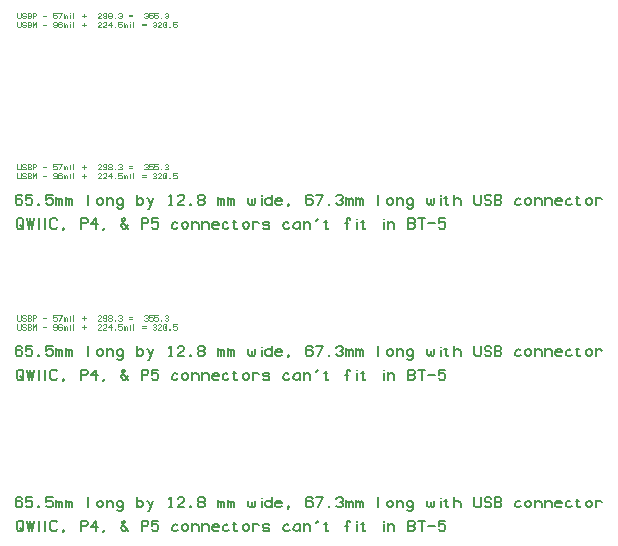
<source format=gbr>
%FSTAX24Y24*%
%MOIN*%
%IN AUX13.GBR *%
%ADD10C,0.0029*%
%ADD11C,0.0056*%
D11*X000478Y003588D02*G01X000422Y003645D01*X000309D01*
X000253Y003588D01*Y003363D01*X000309Y003307D01*X000422D01*
X000478Y003363D01*Y003448D01*X000422Y003504D01*X000309D01*
X000253Y003448D01*X000816Y003645D02*X000591D01*Y003476D01*
X000647Y003532D01*X000759D01*X000816Y003476D01*Y003363D01*
X000759Y003307D01*X000647D01*X000591Y003363D01*X001012Y003307D02*
X00104D01*Y003335D01*X001012D01*Y003307D01*X00149Y003645D02*X001265D01*
Y003476D01*X001322Y003532D01*X001434D01*X00149Y003476D01*Y003363D01*
X001434Y003307D01*X001322D01*X001265Y003363D01*X001708Y003307D02*
Y003462D01*X001761Y003532D01*X001814Y003462D01*Y003307D01*
X001603Y003462D02*X001655Y003532D01*X001708Y003462D01*X001603Y00356D02*
Y003307D01*X002046D02*Y003462D01*X002098Y003532D01*X002151Y003462D01*
Y003307D01*X00194Y003462D02*X001993Y003532D01*X002046Y003462D01*
X00194Y00356D02*Y003307D01*X002672D02*Y003645D01*X002953Y003377D02*
Y003462D01*X003023Y003532D01*X003093D01*X003164Y003462D01*Y003377D01*
X003093Y003307D01*X003023D01*X002953Y003377D01*X00329Y00356D02*
Y003307D01*Y003462D02*X003361Y003532D01*X003431D01*X003501Y003462D01*
Y003307D01*X003839Y003377D02*X003768Y003307D01*X003698D01*
X003628Y003377D01*Y003476D01*X003698Y003532D01*X003768D01*
X003839Y003462D01*Y003251D01*X003768Y003181D01*X003698D01*
X003628Y003223D01*X004303Y003645D02*Y003307D01*Y003377D02*
X004373Y003307D01*X004443D01*X004514Y003377D01*Y003462D01*
X004443Y003532D01*X004373D01*X004303Y003476D01*X00464Y003532D02*
X004668D01*X004767Y003307D01*X004851Y003532D02*Y003504D01*
X00471Y003181D01*X004682D01*X005371Y003588D02*X005427Y003645D01*
Y003307D01*X005484D01*X005427D02*X005371D01*X005652Y003588D02*
X005709Y003645D01*X005821D01*X005877Y003588D01*Y003532D01*
X005821Y003476D01*X005652Y003363D01*Y003307D01*X005877D01*X006074D02*
X006102D01*Y003335D01*X006074D01*Y003307D01*X006496Y003476D02*
X006552Y003532D01*Y003588D01*X006496Y003645D01*X006384D01*
X006327Y003588D01*Y003532D01*X006384Y003476D01*X006496D01*
X006552Y00342D01*Y003363D01*X006496Y003307D01*X006384D01*
X006327Y003363D01*Y00342D01*X006384Y003476D01*X007108Y003307D02*
Y003462D01*X00716Y003532D01*X007213Y003462D01*Y003307D01*
X007002Y003462D02*X007055Y003532D01*X007107Y003462D01*X007002Y00356D02*
Y003307D01*X007445D02*Y003462D01*X007498Y003532D01*X007551Y003462D01*
Y003307D01*X00734Y003462D02*X007392Y003532D01*X007445Y003462D01*
X00734Y00356D02*Y003307D01*X008015Y003532D02*Y003363D01*
X008057Y003307D01*X008085D01*X008127Y003363D01*X008169Y003307D01*
X008197D01*X00824Y003363D01*Y003532D01*X008127Y003363D02*Y00349D01*
X008458Y003525D02*Y003307D01*Y003616D02*Y003623D01*X008788Y003645D02*
Y003307D01*Y003462D02*X008718Y003532D01*X008647D01*X008577Y003476D01*
Y003377D01*X008647Y003307D01*X008718D01*X008788Y003377D01*
X008915Y003434D02*X009125D01*Y003462D01*X009055Y003532D01*X008985D01*
X008915Y003476D01*Y003377D01*Y003363D01*X008971Y003307D01*X009083D01*
X009125Y003335D01*X009336Y003307D02*X009364D01*X009322Y003265D01*
X00935Y003321D01*X009364Y003307D02*Y003335D01*X009336D01*Y003307D01*
X010152Y003588D02*X010096Y003645D01*X009983D01*X009927Y003588D01*
Y003363D01*X009983Y003307D01*X010096D01*X010152Y003363D01*Y003448D01*
X010096Y003504D01*X009983D01*X009927Y003448D01*X010264Y003645D02*
X010489D01*X010321Y003307D01*X010686D02*X010714D01*Y003335D01*
X010686D01*Y003307D01*X010939Y003588D02*X010996Y003645D01*X011108D01*
X011164Y003588D01*Y003532D01*X011108Y003476D01*X011164Y00342D01*
Y003363D01*X011108Y003307D01*X010996D01*X010939Y003363D01*
X011108Y003476D02*X011052D01*X011382Y003307D02*Y003462D01*
X011435Y003532D01*X011488Y003462D01*Y003307D01*X011277Y003462D02*
X011329Y003532D01*X011382Y003462D01*X011277Y00356D02*Y003307D01*
X01172D02*Y003462D01*X011772Y003532D01*X011825Y003462D01*Y003307D01*
X011614Y003462D02*X011667Y003532D01*X011719Y003462D01*X011614Y00356D02*
Y003307D01*X012345D02*Y003645D01*X012627Y003377D02*Y003462D01*
X012697Y003532D01*X012767D01*X012837Y003462D01*Y003377D01*
X012767Y003307D01*X012697D01*X012627Y003377D01*X012964Y00356D02*
Y003307D01*Y003462D02*X013034Y003532D01*X013105D01*X013175Y003462D01*
Y003307D01*X013512Y003377D02*X013442Y003307D01*X013372D01*
X013301Y003377D01*Y003476D01*X013372Y003532D01*X013442D01*
X013512Y003462D01*Y003251D01*X013442Y003181D01*X013372D01*
X013301Y003223D01*X013976Y003532D02*Y003363D01*X014019Y003307D01*
X014047D01*X014089Y003363D01*X014131Y003307D01*X014159D01*
X014201Y003363D01*Y003532D01*X014089Y003363D02*Y00349D01*
X014419Y003525D02*Y003307D01*Y003616D02*Y003623D01*X014595Y003588D02*
Y003335D01*X014623Y003307D01*X014665D01*X014693Y003335D01*
X014539Y003532D02*X014651D01*X014876Y003645D02*Y003307D01*Y003476D02*
X014947Y003532D01*X015017D01*X015087Y003462D01*Y003307D01*
X015551Y003645D02*Y003363D01*X015607Y003307D01*X01572D01*
X015776Y003363D01*Y003645D01*X016114Y003588D02*X016057Y003645D01*
X015945D01*X015889Y003588D01*Y003532D01*X015945Y003476D01*X016057D01*
X016114Y00342D01*Y003363D01*X016057Y003307D01*X015945D01*
X015889Y003363D01*X016226Y003307D02*Y003645D01*X016395D01*
X016451Y003588D01*Y003532D01*X016395Y003476D01*X016451Y00342D01*
Y003363D01*X016395Y003307D01*X016226D01*X016395Y003476D02*X016226D01*
X017056Y003532D02*Y003504D01*X017014Y003532D01*X016999D01*
X016971Y003518D01*X016929Y003476D01*X016901Y003406D01*Y003377D01*
X016915Y003335D01*X016971Y003307D01*X017042D01*X017112Y003349D01*
X017238Y003377D02*Y003462D01*X017309Y003532D01*X017379D01*
X017449Y003462D01*Y003377D01*X017379Y003307D01*X017309D01*
X017238Y003377D01*X017576Y00356D02*Y003307D01*Y003462D02*
X017646Y003532D01*X017717D01*X017787Y003462D01*Y003307D01*
X017913Y00356D02*Y003307D01*Y003462D02*X017984Y003532D01*X018054D01*
X018124Y003462D01*Y003307D01*X018251Y003434D02*X018462D01*Y003462D01*
X018391Y003532D01*X018321D01*X018251Y003476D01*Y003377D01*Y003363D01*
X018307Y003307D01*X01842D01*X018462Y003335D01*X018743Y003532D02*
Y003504D01*X018701Y003532D01*X018687D01*X018659Y003518D01*
X018616Y003476D01*X018588Y003406D01*Y003377D01*X018602Y003335D01*
X018659Y003307D01*X018729D01*X018799Y003349D01*X018982Y003588D02*
Y003335D01*X01901Y003307D01*X019052D01*X01908Y003335D01*
X018926Y003532D02*X019038D01*X019263Y003377D02*Y003462D01*
X019334Y003532D01*X019404D01*X019474Y003462D01*Y003377D01*
X019404Y003307D01*X019334D01*X019263Y003377D01*X019601Y00356D02*
Y003307D01*X019812Y00349D02*X019741Y003532D01*X019671D01*
X019601Y00349D01*X000517Y002576D02*Y002801D01*X000461Y002857D01*
X000349D01*X000292Y002801D01*Y002576D01*X000349Y00252D01*X000461D01*
X000517Y002576D01*X000405Y002632D02*X000517Y00252D01*X00063Y002857D02*
X000686Y00252D01*X000742Y002857D01*X000799Y00252D01*X000855Y002857D01*
X001024Y00252D02*Y002857D01*X001249Y00252D02*Y002857D01*
X001642Y002801D02*X001586Y002857D01*X001474D01*X001417Y002801D01*
Y002576D01*X001474Y00252D01*X001586D01*X001642Y002576D01*
X001839Y00252D02*X001867D01*X001825Y002478D01*X001853Y002534D01*
X001867Y00252D02*Y002548D01*X001839D01*Y00252D01*X00243D02*Y002857D01*
X002598D01*X002655Y002801D01*Y002745D01*X002598Y002688D01*X00243D01*
X002936Y00252D02*Y002857D01*X002767Y00266D01*X002992D01*
X003189Y00252D02*X003217D01*X003175Y002478D01*X003203Y002534D01*
X003217Y00252D02*Y002548D01*X003189D01*Y00252D01*X004004Y002632D02*
X003906Y00252D01*X00385D01*X003808Y002562D01*X00378Y002604D01*
Y002632D01*X003794Y002674D01*X003892Y002801D01*Y002829D01*
X003864Y002857D01*X003836D01*X003808Y002829D01*Y002787D01*
X004004Y00252D01*X004454D02*Y002857D01*X004623D01*X004679Y002801D01*
Y002745D01*X004623Y002688D01*X004454D01*X005017Y002857D02*X004792D01*
Y002688D01*X004848Y002745D01*X004961D01*X005017Y002688D01*Y002576D01*
X004961Y00252D01*X004848D01*X004792Y002576D01*X005621Y002745D02*
Y002717D01*X005579Y002745D01*X005565D01*X005537Y002731D01*
X005495Y002688D01*X005467Y002618D01*Y00259D01*X005481Y002548D01*
X005537Y00252D01*X005607D01*X005678Y002562D01*X005804Y00259D02*
Y002674D01*X005875Y002745D01*X005945D01*X006015Y002674D01*Y00259D01*
X005945Y00252D01*X005875D01*X005804Y00259D01*X006142Y002773D02*
Y00252D01*Y002674D02*X006212Y002745D01*X006282D01*X006353Y002674D01*
Y00252D01*X006479Y002773D02*Y00252D01*Y002674D02*X006549Y002745D01*
X00662D01*X00669Y002674D01*Y00252D01*X006817Y002646D02*X007028D01*
Y002674D01*X006957Y002745D01*X006887D01*X006817Y002688D01*Y00259D01*
Y002576D01*X006873Y00252D01*X006985D01*X007028Y002548D01*
X007309Y002745D02*Y002717D01*X007267Y002745D01*X007253D01*
X007224Y002731D01*X007182Y002688D01*X007154Y002618D01*Y00259D01*
X007168Y002548D01*X007224Y00252D01*X007295D01*X007365Y002562D01*
X007548Y002801D02*Y002548D01*X007576Y00252D01*X007618D01*
X007646Y002548D01*X007492Y002745D02*X007604D01*X007829Y00259D02*
Y002674D01*X007899Y002745D01*X00797D01*X00804Y002674D01*Y00259D01*
X00797Y00252D01*X007899D01*X007829Y00259D01*X008166Y002773D02*
Y00252D01*X008377Y002702D02*X008307Y002745D01*X008237D01*
X008166Y002702D01*X008645Y00252D02*X008574D01*X008504Y002548D02*
X008532Y00252D01*X008687D01*X008715Y002548D01*Y002604D01*
X008687Y002632D01*X008532D01*X008504Y00266D01*Y002717D01*
X008532Y002745D01*X008687D01*X008715Y002717D01*X009334Y002745D02*
Y002717D01*X009291Y002745D01*X009277D01*X009249Y002731D01*
X009207Y002688D01*X009179Y002618D01*Y00259D01*X009193Y002548D01*
X009249Y00252D01*X009319D01*X00939Y002562D01*X009741Y00252D02*
Y002745D01*X009516Y002593D02*X009536Y002663D01*X009567Y002711D01*
X009606Y002736D01*X009634Y002745D01*X009657D01*X009696D01*
X009741Y002722D01*X009516Y00259D02*Y002573D01*X009519Y002562D01*
X009528Y002548D01*X009547Y002537D01*X009587Y00252D01*X009648D01*
X009708Y002545D01*X009741Y002576D01*X009854Y002773D02*Y00252D01*
Y002674D02*X009924Y002745D01*X009994D01*X010065Y002674D01*Y00252D01*
X010304Y002843D02*X010318Y002829D01*X010276Y002773D01*
X010304Y002843D01*X010585Y002801D02*Y002548D01*X010613Y00252D01*
X010655D01*X010683Y002548D01*X010529Y002745D02*X010641D01*
X011288Y00252D02*Y002829D01*X011316Y002857D01*X011372D01*
X0114Y002829D01*Y002815D01*X011232Y002688D02*X011344D01*
X011647Y002738D02*Y00252D01*Y002829D02*Y002836D01*X011822Y002801D02*
Y002548D01*X01185Y00252D01*X011893D01*X011921Y002548D01*
X011766Y002745D02*X011879D01*X012546Y002738D02*Y00252D01*Y002829D02*
Y002836D01*X012666Y002773D02*Y00252D01*Y002674D02*X012736Y002745D01*
X012807D01*X012877Y002674D01*Y00252D01*X013341D02*Y002857D01*X01351D01*
X013566Y002801D01*Y002745D01*X01351Y002688D01*X013566Y002632D01*
Y002576D01*X01351Y00252D01*X013341D01*X01351Y002688D02*X013341D01*
X013791Y00252D02*Y002857D01*X013903D01*X013791D02*X013678D01*
X014016Y002688D02*X014241D01*X014578Y002857D02*X014353D01*Y002688D01*
X014409Y002745D01*X014522D01*X014578Y002688D01*Y002576D01*
X014522Y00252D01*X014409D01*X014353Y002576D01*D10*X000312Y009403D02*
Y00926D01*X00034Y009231D01*X000397D01*X000426Y00926D01*Y009403D01*
X000597Y009374D02*X000569Y009403D01*X000512D01*X000483Y009374D01*
Y009346D01*X000512Y009317D01*X000569D01*X000597Y009289D01*Y00926D01*
X000569Y009231D01*X000512D01*X000483Y00926D01*X000654Y009231D02*
Y009403D01*X00074D01*X000769Y009374D01*Y009346D01*X00074Y009317D01*
X000769Y009289D01*Y00926D01*X00074Y009231D01*X000654D01*
X00074Y009317D02*X000654D01*X000826Y009231D02*Y009403D01*
X000883Y009317D01*X00094Y009403D01*Y009231D01*X001169Y009317D02*
X001283D01*X001512Y00926D02*X00154Y009231D01*X001597D01*
X001626Y00926D01*Y009374D01*X001597Y009403D01*X00154D01*
X001512Y009374D01*Y009331D01*X00154Y009303D01*X001597D01*
X001626Y009331D01*X001797Y009374D02*X001769Y009403D01*X001712D01*
X001683Y009374D01*Y00926D01*X001712Y009231D01*X001769D01*
X001797Y00926D01*Y009303D01*X001769Y009331D01*X001712D01*
X001683Y009303D01*X001908Y009231D02*Y00931D01*X001935Y009346D01*
X001962Y00931D01*Y009231D01*X001854Y00931D02*X001881Y009346D01*
X001908Y00931D01*X001854Y00936D02*Y009231D01*X002079Y009342D02*
Y009231D01*Y009389D02*Y009392D01*X002169Y009231D02*Y009403D01*
X002483Y009317D02*X002597D01*X00254Y009374D02*Y00926D01*
X002997Y009374D02*X003026Y009403D01*X003083D01*X003112Y009374D01*
Y009346D01*X003083Y009317D01*X002997Y00926D01*Y009231D01*X003112D01*
X003169Y009374D02*X003197Y009403D01*X003254D01*X003283Y009374D01*
Y009346D01*X003254Y009317D01*X003169Y00926D01*Y009231D01*X003283D01*
X003426D02*Y009403D01*X00334Y009303D01*X003454D01*X003554Y009231D02*
X003569D01*Y009246D01*X003554D01*Y009231D01*X003797Y009403D02*
X003683D01*Y009317D01*X003712Y009346D01*X003769D01*X003797Y009317D01*
Y00926D01*X003769Y009231D01*X003712D01*X003683Y00926D01*
X003908Y009231D02*Y00931D01*X003935Y009346D01*X003962Y00931D01*
Y009231D01*X003854Y00931D02*X003881Y009346D01*X003908Y00931D01*
X003854Y00936D02*Y009231D01*X004079Y009342D02*Y009231D01*Y009389D02*
Y009392D01*X004169Y009231D02*Y009403D01*X004483Y009289D02*X004597D01*
X004483Y009339D02*X004597D01*X004826Y009374D02*X004854Y009403D01*
X004912D01*X00494Y009374D01*Y009346D01*X004912Y009317D01*
X00494Y009289D01*Y00926D01*X004912Y009231D01*X004854D01*
X004826Y00926D01*X004912Y009317D02*X004883D01*X004997Y009374D02*
X005026Y009403D01*X005083D01*X005112Y009374D01*Y009346D01*
X005083Y009317D01*X004997Y00926D01*Y009231D01*X005112D01*
X005283Y009374D02*X005254Y009403D01*X005197D01*X005169Y009374D01*
Y00926D01*X005197Y009231D01*X005254D01*X005283Y00926D01*Y009374D01*
X005226Y009346D02*Y009289D01*X005383Y009231D02*X005397D01*Y009246D01*
X005383D01*Y009231D01*X005626Y009403D02*X005512D01*Y009317D01*
X00554Y009346D01*X005597D01*X005626Y009317D01*Y00926D01*
X005597Y009231D01*X00554D01*X005512Y00926D01*X000312Y009703D02*
Y00956D01*X00034Y009531D01*X000397D01*X000426Y00956D01*Y009703D01*
X000597Y009674D02*X000569Y009703D01*X000512D01*X000483Y009674D01*
Y009646D01*X000512Y009617D01*X000569D01*X000597Y009589D01*Y00956D01*
X000569Y009531D01*X000512D01*X000483Y00956D01*X000654Y009531D02*
Y009703D01*X00074D01*X000769Y009674D01*Y009646D01*X00074Y009617D01*
X000769Y009589D01*Y00956D01*X00074Y009531D01*X000654D01*
X00074Y009617D02*X000654D01*X000826Y009531D02*Y009703D01*X000912D01*
X00094Y009674D01*Y009646D01*X000912Y009617D01*X000826D01*X001169D02*
X001283D01*X001626Y009703D02*X001512D01*Y009617D01*X00154Y009646D01*
X001597D01*X001626Y009617D01*Y00956D01*X001597Y009531D01*X00154D01*
X001512Y00956D01*X001683Y009703D02*X001797D01*X001712Y009531D01*
X001908D02*Y00961D01*X001935Y009646D01*X001962Y00961D01*Y009531D01*
X001854Y00961D02*X001881Y009646D01*X001908Y00961D01*X001854Y00966D02*
Y009531D01*X00208Y009642D02*Y009531D01*Y009689D02*Y009692D01*
X002169Y009531D02*Y009703D01*X002483Y009617D02*X002597D01*
X00254Y009674D02*Y00956D01*X002997Y009674D02*X003026Y009703D01*
X003083D01*X003112Y009674D01*Y009646D01*X003083Y009617D01*
X002997Y00956D01*Y009531D01*X003112D01*X003169Y00956D02*
X003197Y009531D01*X003254D01*X003283Y00956D01*Y009674D01*
X003254Y009703D01*X003197D01*X003169Y009674D01*Y009631D01*
X003197Y009603D01*X003254D01*X003283Y009631D01*X003426Y009617D02*
X003454Y009646D01*Y009674D01*X003426Y009703D01*X003369D01*
X00334Y009674D01*Y009646D01*X003369Y009617D01*X003426D01*
X003454Y009589D01*Y00956D01*X003426Y009531D01*X003369D01*
X00334Y00956D01*Y009589D01*X003369Y009617D01*X003554Y009531D02*
X003569D01*Y009546D01*X003554D01*Y009531D01*X003683Y009674D02*
X003712Y009703D01*X003769D01*X003797Y009674D01*Y009646D01*
X003769Y009617D01*X003797Y009589D01*Y00956D01*X003769Y009531D01*
X003712D01*X003683Y00956D01*X003769Y009617D02*X00374D01*
X004026Y009589D02*X00414D01*X004026Y009639D02*X00414D01*
X00454Y009674D02*X004569Y009703D01*X004626D01*X004654Y009674D01*
Y009646D01*X004626Y009617D01*X004654Y009589D01*Y00956D01*
X004626Y009531D01*X004569D01*X00454Y00956D01*X004626Y009617D02*
X004597D01*X004826Y009703D02*X004712D01*Y009617D01*X00474Y009646D01*
X004797D01*X004826Y009617D01*Y00956D01*X004797Y009531D01*X00474D01*
X004712Y00956D01*X004997Y009703D02*X004883D01*Y009617D01*
X004912Y009646D01*X004969D01*X004997Y009617D01*Y00956D01*
X004969Y009531D01*X004912D01*X004883Y00956D01*X005097Y009531D02*
X005112D01*Y009546D01*X005097D01*Y009531D01*X005226Y009674D02*
X005254Y009703D01*X005312D01*X00534Y009674D01*Y009646D01*
X005312Y009617D01*X00534Y009589D01*Y00956D01*X005312Y009531D01*
X005254D01*X005226Y00956D01*X005312Y009617D02*X005283D01*D11*
X000478Y008628D02*X000422Y008684D01*X000309D01*X000253Y008628D01*
Y008403D01*X000309Y008346D01*X000422D01*X000478Y008403D01*Y008487D01*
X000422Y008543D01*X000309D01*X000253Y008487D01*X000816Y008684D02*
X000591D01*Y008515D01*X000647Y008571D01*X000759D01*X000816Y008515D01*
Y008403D01*X000759Y008346D01*X000647D01*X000591Y008403D01*
X001012Y008346D02*X00104D01*Y008375D01*X001012D01*Y008346D01*
X00149Y008684D02*X001265D01*Y008515D01*X001322Y008571D01*X001434D01*
X00149Y008515D01*Y008403D01*X001434Y008346D01*X001322D01*
X001265Y008403D01*X001708Y008346D02*Y008501D01*X001761Y008571D01*
X001814Y008501D01*Y008346D01*X001603Y008501D02*X001655Y008571D01*
X001708Y008501D01*X001603Y0086D02*Y008346D01*X002046D02*Y008501D01*
X002098Y008571D01*X002151Y008501D01*Y008346D01*X00194Y008501D02*
X001993Y008571D01*X002046Y008501D01*X00194Y0086D02*Y008346D01*
X002672D02*Y008684D01*X002953Y008417D02*Y008501D01*X003023Y008571D01*
X003093D01*X003164Y008501D01*Y008417D01*X003093Y008346D01*X003023D01*
X002953Y008417D01*X00329Y0086D02*Y008346D01*Y008501D02*
X003361Y008571D01*X003431D01*X003501Y008501D01*Y008346D01*
X003839Y008417D02*X003768Y008346D01*X003698D01*X003628Y008417D01*
Y008515D01*X003698Y008571D01*X003768D01*X003839Y008501D01*Y00829D01*
X003768Y00822D01*X003698D01*X003628Y008262D01*X004303Y008684D02*
Y008346D01*Y008417D02*X004373Y008346D01*X004443D01*X004514Y008417D01*
Y008501D01*X004443Y008571D01*X004373D01*X004303Y008515D01*
X00464Y008571D02*X004668D01*X004767Y008346D01*X004851Y008571D02*
Y008543D01*X00471Y00822D01*X004682D01*X005371Y008628D02*
X005427Y008684D01*Y008346D01*X005484D01*X005427D02*X005371D01*
X005652Y008628D02*X005709Y008684D01*X005821D01*X005877Y008628D01*
Y008571D01*X005821Y008515D01*X005652Y008403D01*Y008346D01*X005877D01*
X006074D02*X006102D01*Y008375D01*X006074D01*Y008346D01*
X006496Y008515D02*X006552Y008571D01*Y008628D01*X006496Y008684D01*
X006384D01*X006327Y008628D01*Y008571D01*X006384Y008515D01*X006496D01*
X006552Y008459D01*Y008403D01*X006496Y008346D01*X006384D01*
X006327Y008403D01*Y008459D01*X006384Y008515D01*X007108Y008346D02*
Y008501D01*X00716Y008571D01*X007213Y008501D01*Y008346D01*
X007002Y008501D02*X007055Y008571D01*X007107Y008501D01*X007002Y0086D02*
Y008346D01*X007445D02*Y008501D01*X007498Y008571D01*X007551Y008501D01*
Y008346D01*X00734Y008501D02*X007392Y008571D01*X007445Y008501D01*
X00734Y0086D02*Y008346D01*X008015Y008571D02*Y008403D01*
X008057Y008346D01*X008085D01*X008127Y008403D01*X008169Y008346D01*
X008197D01*X00824Y008403D01*Y008571D01*X008127Y008403D02*Y008529D01*
X008458Y008564D02*Y008346D01*Y008656D02*Y008663D01*X008788Y008684D02*
Y008346D01*Y008501D02*X008718Y008571D01*X008647D01*X008577Y008515D01*
Y008417D01*X008647Y008346D01*X008718D01*X008788Y008417D01*
X008915Y008473D02*X009125D01*Y008501D01*X009055Y008571D01*X008985D01*
X008915Y008515D01*Y008417D01*Y008403D01*X008971Y008346D01*X009083D01*
X009125Y008375D01*X009336Y008346D02*X009364D01*X009322Y008304D01*
X00935Y008361D01*X009364Y008346D02*Y008375D01*X009336D01*Y008346D01*
X010152Y008628D02*X010096Y008684D01*X009983D01*X009927Y008628D01*
Y008403D01*X009983Y008346D01*X010096D01*X010152Y008403D01*Y008487D01*
X010096Y008543D01*X009983D01*X009927Y008487D01*X010264Y008684D02*
X010489D01*X010321Y008346D01*X010686D02*X010714D01*Y008375D01*
X010686D01*Y008346D01*X010939Y008628D02*X010996Y008684D01*X011108D01*
X011164Y008628D01*Y008571D01*X011108Y008515D01*X011164Y008459D01*
Y008403D01*X011108Y008346D01*X010996D01*X010939Y008403D01*
X011108Y008515D02*X011052D01*X011382Y008346D02*Y008501D01*
X011435Y008571D01*X011488Y008501D01*Y008346D01*X011277Y008501D02*
X011329Y008571D01*X011382Y008501D01*X011277Y0086D02*Y008346D01*
X01172D02*Y008501D01*X011772Y008571D01*X011825Y008501D01*Y008346D01*
X011614Y008501D02*X011667Y008571D01*X011719Y008501D01*X011614Y0086D02*
Y008346D01*X012345D02*Y008684D01*X012627Y008417D02*Y008501D01*
X012697Y008571D01*X012767D01*X012837Y008501D01*Y008417D01*
X012767Y008346D01*X012697D01*X012627Y008417D01*X012964Y0086D02*
Y008346D01*Y008501D02*X013034Y008571D01*X013105D01*X013175Y008501D01*
Y008346D01*X013512Y008417D02*X013442Y008346D01*X013372D01*
X013301Y008417D01*Y008515D01*X013372Y008571D01*X013442D01*
X013512Y008501D01*Y00829D01*X013442Y00822D01*X013372D01*
X013301Y008262D01*X013976Y008571D02*Y008403D01*X014019Y008346D01*
X014047D01*X014089Y008403D01*X014131Y008346D01*X014159D01*
X014201Y008403D01*Y008571D01*X014089Y008403D02*Y008529D01*
X014419Y008564D02*Y008346D01*Y008656D02*Y008663D01*X014595Y008628D02*
Y008375D01*X014623Y008346D01*X014665D01*X014693Y008375D01*
X014539Y008571D02*X014651D01*X014876Y008684D02*Y008346D01*Y008515D02*
X014947Y008571D01*X015017D01*X015087Y008501D01*Y008346D01*
X015551Y008684D02*Y008403D01*X015607Y008346D01*X01572D01*
X015776Y008403D01*Y008684D01*X016114Y008628D02*X016057Y008684D01*
X015945D01*X015889Y008628D01*Y008571D01*X015945Y008515D01*X016057D01*
X016114Y008459D01*Y008403D01*X016057Y008346D01*X015945D01*
X015889Y008403D01*X016226Y008346D02*Y008684D01*X016395D01*
X016451Y008628D01*Y008571D01*X016395Y008515D01*X016451Y008459D01*
Y008403D01*X016395Y008346D01*X016226D01*X016395Y008515D02*X016226D01*
X017056Y008571D02*Y008543D01*X017014Y008571D01*X016999D01*
X016971Y008557D01*X016929Y008515D01*X016901Y008445D01*Y008417D01*
X016915Y008375D01*X016971Y008346D01*X017042D01*X017112Y008389D01*
X017238Y008417D02*Y008501D01*X017309Y008571D01*X017379D01*
X017449Y008501D01*Y008417D01*X017379Y008346D01*X017309D01*
X017238Y008417D01*X017576Y0086D02*Y008346D01*Y008501D02*
X017646Y008571D01*X017717D01*X017787Y008501D01*Y008346D01*
X017913Y0086D02*Y008346D01*Y008501D02*X017984Y008571D01*X018054D01*
X018124Y008501D01*Y008346D01*X018251Y008473D02*X018462D01*Y008501D01*
X018391Y008571D01*X018321D01*X018251Y008515D01*Y008417D01*Y008403D01*
X018307Y008346D01*X01842D01*X018462Y008375D01*X018743Y008571D02*
Y008543D01*X018701Y008571D01*X018687D01*X018659Y008557D01*
X018616Y008515D01*X018588Y008445D01*Y008417D01*X018602Y008375D01*
X018659Y008346D01*X018729D01*X018799Y008389D01*X018982Y008628D02*
Y008375D01*X01901Y008346D01*X019052D01*X01908Y008375D01*
X018926Y008571D02*X019038D01*X019263Y008417D02*Y008501D01*
X019334Y008571D01*X019404D01*X019474Y008501D01*Y008417D01*
X019404Y008346D01*X019334D01*X019263Y008417D01*X019601Y0086D02*
Y008346D01*X019812Y008529D02*X019741Y008571D01*X019671D01*
X019601Y008529D01*X000517Y007615D02*Y00784D01*X000461Y007897D01*
X000349D01*X000292Y00784D01*Y007615D01*X000349Y007559D01*X000461D01*
X000517Y007615D01*X000405Y007672D02*X000517Y007559D01*X00063Y007897D02*
X000686Y007559D01*X000742Y007897D01*X000799Y007559D01*
X000855Y007897D01*X001024Y007559D02*Y007897D01*X001249Y007559D02*
Y007897D01*X001642Y00784D02*X001586Y007897D01*X001474D01*
X001417Y00784D01*Y007615D01*X001474Y007559D01*X001586D01*
X001642Y007615D01*X001839Y007559D02*X001867D01*X001825Y007517D01*
X001853Y007573D01*X001867Y007559D02*Y007587D01*X001839D01*Y007559D01*
X00243D02*Y007897D01*X002598D01*X002655Y00784D01*Y007784D01*
X002598Y007728D01*X00243D01*X002936Y007559D02*Y007897D01*
X002767Y0077D01*X002992D01*X003189Y007559D02*X003217D01*
X003175Y007517D01*X003203Y007573D01*X003217Y007559D02*Y007587D01*
X003189D01*Y007559D01*X004004Y007672D02*X003906Y007559D01*X00385D01*
X003808Y007601D01*X00378Y007643D01*Y007672D01*X003794Y007714D01*
X003892Y00784D01*Y007868D01*X003864Y007897D01*X003836D01*
X003808Y007868D01*Y007826D01*X004004Y007559D01*X004454D02*Y007897D01*
X004623D01*X004679Y00784D01*Y007784D01*X004623Y007728D01*X004454D01*
X005017Y007897D02*X004792D01*Y007728D01*X004848Y007784D01*X004961D01*
X005017Y007728D01*Y007615D01*X004961Y007559D01*X004848D01*
X004792Y007615D01*X005621Y007784D02*Y007756D01*X005579Y007784D01*
X005565D01*X005537Y00777D01*X005495Y007728D01*X005467Y007657D01*
Y007629D01*X005481Y007587D01*X005537Y007559D01*X005607D01*
X005678Y007601D01*X005804Y007629D02*Y007714D01*X005875Y007784D01*
X005945D01*X006015Y007714D01*Y007629D01*X005945Y007559D01*X005875D01*
X005804Y007629D01*X006142Y007812D02*Y007559D01*Y007714D02*
X006212Y007784D01*X006282D01*X006353Y007714D01*Y007559D01*
X006479Y007812D02*Y007559D01*Y007714D02*X006549Y007784D01*X00662D01*
X00669Y007714D01*Y007559D01*X006817Y007686D02*X007028D01*Y007714D01*
X006957Y007784D01*X006887D01*X006817Y007728D01*Y007629D01*Y007615D01*
X006873Y007559D01*X006985D01*X007028Y007587D01*X007309Y007784D02*
Y007756D01*X007267Y007784D01*X007253D01*X007224Y00777D01*
X007182Y007728D01*X007154Y007657D01*Y007629D01*X007168Y007587D01*
X007224Y007559D01*X007295D01*X007365Y007601D01*X007548Y00784D02*
Y007587D01*X007576Y007559D01*X007618D01*X007646Y007587D01*
X007492Y007784D02*X007604D01*X007829Y007629D02*Y007714D01*
X007899Y007784D01*X00797D01*X00804Y007714D01*Y007629D01*
X00797Y007559D01*X007899D01*X007829Y007629D01*X008166Y007812D02*
Y007559D01*X008377Y007742D02*X008307Y007784D01*X008237D01*
X008166Y007742D01*X008645Y007559D02*X008574D01*X008504Y007587D02*
X008532Y007559D01*X008687D01*X008715Y007587D01*Y007643D01*
X008687Y007672D01*X008532D01*X008504Y0077D01*Y007756D01*
X008532Y007784D01*X008687D01*X008715Y007756D01*X009334Y007784D02*
Y007756D01*X009291Y007784D01*X009277D01*X009249Y00777D01*
X009207Y007728D01*X009179Y007657D01*Y007629D01*X009193Y007587D01*
X009249Y007559D01*X009319D01*X00939Y007601D01*X009741Y007559D02*
Y007784D01*X009516Y007632D02*X009536Y007702D01*X009567Y00775D01*
X009606Y007776D01*X009634Y007784D01*X009657D01*X009696D01*
X009741Y007762D01*X009516Y007629D02*Y007612D01*X009519Y007601D01*
X009528Y007587D01*X009547Y007576D01*X009587Y007559D01*X009648D01*
X009708Y007584D01*X009741Y007615D01*X009854Y007812D02*Y007559D01*
Y007714D02*X009924Y007784D01*X009994D01*X010065Y007714D01*Y007559D01*
X010304Y007882D02*X010318Y007868D01*X010276Y007812D01*
X010304Y007882D01*X010585Y00784D02*Y007587D01*X010613Y007559D01*
X010655D01*X010683Y007587D01*X010529Y007784D02*X010641D01*
X011288Y007559D02*Y007868D01*X011316Y007897D01*X011372D01*
X0114Y007868D01*Y007854D01*X011232Y007728D02*X011344D01*
X011647Y007777D02*Y007559D01*Y007868D02*Y007875D01*X011822Y00784D02*
Y007587D01*X01185Y007559D01*X011893D01*X011921Y007587D01*
X011766Y007784D02*X011879D01*X012546Y007777D02*Y007559D01*Y007868D02*
Y007875D01*X012666Y007812D02*Y007559D01*Y007714D02*X012736Y007784D01*
X012807D01*X012877Y007714D01*Y007559D01*X013341D02*Y007897D01*
X01351D01*X013566Y00784D01*Y007784D01*X01351Y007728D01*
X013566Y007672D01*Y007615D01*X01351Y007559D01*X013341D01*
X01351Y007728D02*X013341D01*X013791Y007559D02*Y007897D01*X013903D01*
X013791D02*X013678D01*X014016Y007728D02*X014241D01*X014578Y007897D02*
X014353D01*Y007728D01*X014409Y007784D01*X014522D01*X014578Y007728D01*
Y007615D01*X014522Y007559D01*X014409D01*X014353Y007615D01*D10*
X000312Y014442D02*Y014299D01*X00034Y014271D01*X000397D01*
X000426Y014299D01*Y014442D01*X000597Y014414D02*X000569Y014442D01*
X000512D01*X000483Y014414D01*Y014385D01*X000512Y014357D01*X000569D01*
X000597Y014328D01*Y014299D01*X000569Y014271D01*X000512D01*
X000483Y014299D01*X000654Y014271D02*Y014442D01*X00074D01*
X000769Y014414D01*Y014385D01*X00074Y014357D01*X000769Y014328D01*
Y014299D01*X00074Y014271D01*X000654D01*X00074Y014357D02*X000654D01*
X000826Y014271D02*Y014442D01*X000883Y014357D01*X00094Y014442D01*
Y014271D01*X001169Y014357D02*X001283D01*X001512Y014299D02*
X00154Y014271D01*X001597D01*X001626Y014299D01*Y014414D01*
X001597Y014442D01*X00154D01*X001512Y014414D01*Y014371D01*
X00154Y014342D01*X001597D01*X001626Y014371D01*X001797Y014414D02*
X001769Y014442D01*X001712D01*X001683Y014414D01*Y014299D01*
X001712Y014271D01*X001769D01*X001797Y014299D01*Y014342D01*
X001769Y014371D01*X001712D01*X001683Y014342D01*X001908Y014271D02*
Y014349D01*X001935Y014385D01*X001962Y014349D01*Y014271D01*
X001854Y014349D02*X001881Y014385D01*X001908Y014349D01*
X001854Y014399D02*Y014271D01*X002079Y014382D02*Y014271D01*Y014428D02*
Y014432D01*X002169Y014271D02*Y014442D01*X002483Y014357D02*X002597D01*
X00254Y014414D02*Y014299D01*X002997Y014414D02*X003026Y014442D01*
X003083D01*X003112Y014414D01*Y014385D01*X003083Y014357D01*
X002997Y014299D01*Y014271D01*X003112D01*X003169Y014414D02*
X003197Y014442D01*X003254D01*X003283Y014414D01*Y014385D01*
X003254Y014357D01*X003169Y014299D01*Y014271D01*X003283D01*X003426D02*
Y014442D01*X00334Y014342D01*X003454D01*X003554Y014271D02*X003569D01*
Y014285D01*X003554D01*Y014271D01*X003797Y014442D02*X003683D01*
Y014357D01*X003712Y014385D01*X003769D01*X003797Y014357D01*Y014299D01*
X003769Y014271D01*X003712D01*X003683Y014299D01*X003908Y014271D02*
Y014349D01*X003935Y014385D01*X003962Y014349D01*Y014271D01*
X003854Y014349D02*X003881Y014385D01*X003908Y014349D01*
X003854Y014399D02*Y014271D01*X004079Y014382D02*Y014271D01*Y014428D02*
Y014432D01*X004169Y014271D02*Y014442D01*X004483Y014328D02*X004597D01*
X004483Y014378D02*X004597D01*X004826Y014414D02*X004854Y014442D01*
X004912D01*X00494Y014414D01*Y014385D01*X004912Y014357D01*
X00494Y014328D01*Y014299D01*X004912Y014271D01*X004854D01*
X004826Y014299D01*X004912Y014357D02*X004883D01*X004997Y014414D02*
X005026Y014442D01*X005083D01*X005112Y014414D01*Y014385D01*
X005083Y014357D01*X004997Y014299D01*Y014271D01*X005112D01*
X005283Y014414D02*X005254Y014442D01*X005197D01*X005169Y014414D01*
Y014299D01*X005197Y014271D01*X005254D01*X005283Y014299D01*Y014414D01*
X005226Y014385D02*Y014328D01*X005383Y014271D02*X005397D01*Y014285D01*
X005383D01*Y014271D01*X005626Y014442D02*X005512D01*Y014357D01*
X00554Y014385D01*X005597D01*X005626Y014357D01*Y014299D01*
X005597Y014271D01*X00554D01*X005512Y014299D01*X000312Y014742D02*
Y014599D01*X00034Y014571D01*X000397D01*X000426Y014599D01*Y014742D01*
X000597Y014714D02*X000569Y014742D01*X000512D01*X000483Y014714D01*
Y014685D01*X000512Y014657D01*X000569D01*X000597Y014628D01*Y014599D01*
X000569Y014571D01*X000512D01*X000483Y014599D01*X000654Y014571D02*
Y014742D01*X00074D01*X000769Y014714D01*Y014685D01*X00074Y014657D01*
X000769Y014628D01*Y014599D01*X00074Y014571D01*X000654D01*
X00074Y014657D02*X000654D01*X000826Y014571D02*Y014742D01*X000912D01*
X00094Y014714D01*Y014685D01*X000912Y014657D01*X000826D01*X001169D02*
X001283D01*X001626Y014742D02*X001512D01*Y014657D01*X00154Y014685D01*
X001597D01*X001626Y014657D01*Y014599D01*X001597Y014571D01*X00154D01*
X001512Y014599D01*X001683Y014742D02*X001797D01*X001712Y014571D01*
X001908D02*Y014649D01*X001935Y014685D01*X001962Y014649D01*Y014571D01*
X001854Y014649D02*X001881Y014685D01*X001908Y014649D01*
X001854Y014699D02*Y014571D01*X00208Y014682D02*Y014571D01*Y014728D02*
Y014732D01*X002169Y014571D02*Y014742D01*X002483Y014657D02*X002597D01*
X00254Y014714D02*Y014599D01*X002997Y014714D02*X003026Y014742D01*
X003083D01*X003112Y014714D01*Y014685D01*X003083Y014657D01*
X002997Y014599D01*Y014571D01*X003112D01*X003169Y014599D02*
X003197Y014571D01*X003254D01*X003283Y014599D01*Y014714D01*
X003254Y014742D01*X003197D01*X003169Y014714D01*Y014671D01*
X003197Y014642D01*X003254D01*X003283Y014671D01*X003426Y014657D02*
X003454Y014685D01*Y014714D01*X003426Y014742D01*X003369D01*
X00334Y014714D01*Y014685D01*X003369Y014657D01*X003426D01*
X003454Y014628D01*Y014599D01*X003426Y014571D01*X003369D01*
X00334Y014599D01*Y014628D01*X003369Y014657D01*X003554Y014571D02*
X003569D01*Y014585D01*X003554D01*Y014571D01*X003683Y014714D02*
X003712Y014742D01*X003769D01*X003797Y014714D01*Y014685D01*
X003769Y014657D01*X003797Y014628D01*Y014599D01*X003769Y014571D01*
X003712D01*X003683Y014599D01*X003769Y014657D02*X00374D01*
X004026Y014628D02*X00414D01*X004026Y014678D02*X00414D01*
X00454Y014714D02*X004569Y014742D01*X004626D01*X004654Y014714D01*
Y014685D01*X004626Y014657D01*X004654Y014628D01*Y014599D01*
X004626Y014571D01*X004569D01*X00454Y014599D01*X004626Y014657D02*
X004597D01*X004826Y014742D02*X004712D01*Y014657D01*X00474Y014685D01*
X004797D01*X004826Y014657D01*Y014599D01*X004797Y014571D01*X00474D01*
X004712Y014599D01*X004997Y014742D02*X004883D01*Y014657D01*
X004912Y014685D01*X004969D01*X004997Y014657D01*Y014599D01*
X004969Y014571D01*X004912D01*X004883Y014599D01*X005097Y014571D02*
X005112D01*Y014585D01*X005097D01*Y014571D01*X005226Y014714D02*
X005254Y014742D01*X005312D01*X00534Y014714D01*Y014685D01*
X005312Y014657D01*X00534Y014628D01*Y014599D01*X005312Y014571D01*
X005254D01*X005226Y014599D01*X005312Y014657D02*X005283D01*D11*
X000478Y013667D02*X000422Y013723D01*X000309D01*X000253Y013667D01*
Y013442D01*X000309Y013386D01*X000422D01*X000478Y013442D01*Y013526D01*
X000422Y013583D01*X000309D01*X000253Y013526D01*X000816Y013723D02*
X000591D01*Y013555D01*X000647Y013611D01*X000759D01*X000816Y013555D01*
Y013442D01*X000759Y013386D01*X000647D01*X000591Y013442D01*
X001012Y013386D02*X00104D01*Y013414D01*X001012D01*Y013386D01*
X00149Y013723D02*X001265D01*Y013555D01*X001322Y013611D01*X001434D01*
X00149Y013555D01*Y013442D01*X001434Y013386D01*X001322D01*
X001265Y013442D01*X001708Y013386D02*Y01354D01*X001761Y01361D01*
X001814Y01354D01*Y013386D01*X001603Y01354D02*X001655Y01361D01*
X001708Y01354D01*X001603Y013639D02*Y013386D01*X002046D02*Y01354D01*
X002098Y01361D01*X002151Y01354D01*Y013386D01*X00194Y01354D02*
X001993Y01361D01*X002046Y01354D01*X00194Y013639D02*Y013386D01*
X002672D02*Y013723D01*X002953Y013456D02*Y01354D01*X003023Y013611D01*
X003093D01*X003164Y01354D01*Y013456D01*X003093Y013386D01*X003023D01*
X002953Y013456D01*X00329Y013639D02*Y013386D01*Y01354D02*
X003361Y013611D01*X003431D01*X003501Y01354D01*Y013386D01*
X003839Y013456D02*X003768Y013386D01*X003698D01*X003628Y013456D01*
Y013555D01*X003698Y013611D01*X003768D01*X003839Y01354D01*Y01333D01*
X003768Y013259D01*X003698D01*X003628Y013301D01*X004303Y013723D02*
Y013386D01*Y013456D02*X004373Y013386D01*X004443D01*X004514Y013456D01*
Y01354D01*X004443Y013611D01*X004373D01*X004303Y013555D01*
X00464Y013611D02*X004668D01*X004767Y013386D01*X004851Y013611D02*
Y013583D01*X00471Y013259D01*X004682D01*X005371Y013667D02*
X005427Y013723D01*Y013386D01*X005484D01*X005427D02*X005371D01*
X005652Y013667D02*X005709Y013723D01*X005821D01*X005877Y013667D01*
Y013611D01*X005821Y013555D01*X005652Y013442D01*Y013386D01*X005877D01*
X006074D02*X006102D01*Y013414D01*X006074D01*Y013386D01*
X006496Y013555D02*X006552Y013611D01*Y013667D01*X006496Y013723D01*
X006384D01*X006327Y013667D01*Y013611D01*X006384Y013555D01*X006496D01*
X006552Y013498D01*Y013442D01*X006496Y013386D01*X006384D01*
X006327Y013442D01*Y013498D01*X006384Y013555D01*X007108Y013386D02*
Y01354D01*X00716Y01361D01*X007213Y01354D01*Y013386D01*X007002Y01354D02*
X007055Y01361D01*X007107Y01354D01*X007002Y013639D02*Y013386D01*
X007445D02*Y01354D01*X007498Y01361D01*X007551Y01354D01*Y013386D01*
X00734Y01354D02*X007392Y01361D01*X007445Y01354D01*X00734Y013639D02*
Y013386D01*X008015Y013611D02*Y013442D01*X008057Y013386D01*X008085D01*
X008127Y013442D01*X008169Y013386D01*X008197D01*X00824Y013442D01*
Y013611D01*X008127Y013442D02*Y013569D01*X008458Y013604D02*Y013386D01*
Y013695D02*Y013702D01*X008788Y013723D02*Y013386D01*Y01354D02*
X008718Y013611D01*X008647D01*X008577Y013555D01*Y013456D01*
X008647Y013386D01*X008718D01*X008788Y013456D01*X008915Y013512D02*
X009125D01*Y01354D01*X009055Y013611D01*X008985D01*X008915Y013555D01*
Y013456D01*Y013442D01*X008971Y013386D01*X009083D01*X009125Y013414D01*
X009336Y013386D02*X009364D01*X009322Y013344D01*X00935Y0134D01*
X009364Y013386D02*Y013414D01*X009336D01*Y013386D01*X010152Y013667D02*
X010096Y013723D01*X009983D01*X009927Y013667D01*Y013442D01*
X009983Y013386D01*X010096D01*X010152Y013442D01*Y013526D01*
X010096Y013583D01*X009983D01*X009927Y013526D01*X010264Y013723D02*
X010489D01*X010321Y013386D01*X010686D02*X010714D01*Y013414D01*
X010686D01*Y013386D01*X010939Y013667D02*X010996Y013723D01*X011108D01*
X011164Y013667D01*Y013611D01*X011108Y013555D01*X011164Y013498D01*
Y013442D01*X011108Y013386D01*X010996D01*X010939Y013442D01*
X011108Y013555D02*X011052D01*X011382Y013386D02*Y01354D01*
X011435Y01361D01*X011488Y01354D01*Y013386D01*X011277Y01354D02*
X011329Y01361D01*X011382Y01354D01*X011277Y013639D02*Y013386D01*
X01172D02*Y01354D01*X011772Y01361D01*X011825Y01354D01*Y013386D01*
X011614Y01354D02*X011667Y01361D01*X011719Y01354D01*X011614Y013639D02*
Y013386D01*X012345D02*Y013723D01*X012627Y013456D02*Y01354D01*
X012697Y013611D01*X012767D01*X012837Y01354D01*Y013456D01*
X012767Y013386D01*X012697D01*X012627Y013456D01*X012964Y013639D02*
Y013386D01*Y01354D02*X013034Y013611D01*X013105D01*X013175Y01354D01*
Y013386D01*X013512Y013456D02*X013442Y013386D01*X013372D01*
X013301Y013456D01*Y013555D01*X013372Y013611D01*X013442D01*
X013512Y01354D01*Y01333D01*X013442Y013259D01*X013372D01*
X013301Y013301D01*X013976Y013611D02*Y013442D01*X014019Y013386D01*
X014047D01*X014089Y013442D01*X014131Y013386D01*X014159D01*
X014201Y013442D01*Y013611D01*X014089Y013442D02*Y013569D01*
X014419Y013604D02*Y013386D01*Y013695D02*Y013702D01*X014595Y013667D02*
Y013414D01*X014623Y013386D01*X014665D01*X014693Y013414D01*
X014539Y013611D02*X014651D01*X014876Y013723D02*Y013386D01*Y013555D02*
X014947Y013611D01*X015017D01*X015087Y01354D01*Y013386D01*
X015551Y013723D02*Y013442D01*X015607Y013386D01*X01572D01*
X015776Y013442D01*Y013723D01*X016114Y013667D02*X016057Y013723D01*
X015945D01*X015889Y013667D01*Y013611D01*X015945Y013555D01*X016057D01*
X016114Y013498D01*Y013442D01*X016057Y013386D01*X015945D01*
X015889Y013442D01*X016226Y013386D02*Y013723D01*X016395D01*
X016451Y013667D01*Y013611D01*X016395Y013555D01*X016451Y013498D01*
Y013442D01*X016395Y013386D01*X016226D01*X016395Y013555D02*X016226D01*
X017056Y013611D02*Y013583D01*X017014Y013611D01*X016999D01*
X016971Y013597D01*X016929Y013555D01*X016901Y013484D01*Y013456D01*
X016915Y013414D01*X016971Y013386D01*X017042D01*X017112Y013428D01*
X017238Y013456D02*Y01354D01*X017309Y013611D01*X017379D01*
X017449Y01354D01*Y013456D01*X017379Y013386D01*X017309D01*
X017238Y013456D01*X017576Y013639D02*Y013386D01*Y01354D02*
X017646Y013611D01*X017717D01*X017787Y01354D01*Y013386D01*
X017913Y013639D02*Y013386D01*Y01354D02*X017984Y013611D01*X018054D01*
X018124Y01354D01*Y013386D01*X018251Y013512D02*X018462D01*Y01354D01*
X018391Y013611D01*X018321D01*X018251Y013555D01*Y013456D01*Y013442D01*
X018307Y013386D01*X01842D01*X018462Y013414D01*X018743Y013611D02*
Y013583D01*X018701Y013611D01*X018687D01*X018659Y013597D01*
X018616Y013555D01*X018588Y013484D01*Y013456D01*X018602Y013414D01*
X018659Y013386D01*X018729D01*X018799Y013428D01*X018982Y013667D02*
Y013414D01*X01901Y013386D01*X019052D01*X01908Y013414D01*
X018926Y013611D02*X019038D01*X019263Y013456D02*Y01354D01*
X019334Y013611D01*X019404D01*X019474Y01354D01*Y013456D01*
X019404Y013386D01*X019334D01*X019263Y013456D01*X019601Y013639D02*
Y013386D01*X019812Y013569D02*X019741Y013611D01*X019671D01*
X019601Y013569D01*X000517Y012655D02*Y01288D01*X000461Y012936D01*
X000349D01*X000292Y01288D01*Y012655D01*X000349Y012598D01*X000461D01*
X000517Y012655D01*X000405Y012711D02*X000517Y012598D01*X00063Y012936D02*
X000686Y012598D01*X000742Y012936D01*X000799Y012598D01*
X000855Y012936D01*X001024Y012598D02*Y012936D01*X001249Y012598D02*
Y012936D01*X001642Y01288D02*X001586Y012936D01*X001474D01*
X001417Y01288D01*Y012655D01*X001474Y012598D01*X001586D01*
X001642Y012655D01*X001839Y012598D02*X001867D01*X001825Y012556D01*
X001853Y012612D01*X001867Y012598D02*Y012627D01*X001839D01*Y012598D01*
X00243D02*Y012936D01*X002598D01*X002655Y01288D01*Y012823D01*
X002598Y012767D01*X00243D01*X002936Y012598D02*Y012936D01*
X002767Y012739D01*X002992D01*X003189Y012598D02*X003217D01*
X003175Y012556D01*X003203Y012612D01*X003217Y012598D02*Y012627D01*
X003189D01*Y012598D01*X004004Y012711D02*X003906Y012598D01*X00385D01*
X003808Y012641D01*X00378Y012683D01*Y012711D01*X003794Y012753D01*
X003892Y01288D01*Y012908D01*X003864Y012936D01*X003836D01*
X003808Y012908D01*Y012866D01*X004004Y012598D01*X004454D02*Y012936D01*
X004623D01*X004679Y01288D01*Y012823D01*X004623Y012767D01*X004454D01*
X005017Y012936D02*X004792D01*Y012767D01*X004848Y012823D01*X004961D01*
X005017Y012767D01*Y012655D01*X004961Y012598D01*X004848D01*
X004792Y012655D01*X005621Y012823D02*Y012795D01*X005579Y012823D01*
X005565D01*X005537Y012809D01*X005495Y012767D01*X005467Y012697D01*
Y012669D01*X005481Y012627D01*X005537Y012598D01*X005607D01*
X005678Y012641D01*X005804Y012669D02*Y012753D01*X005875Y012823D01*
X005945D01*X006015Y012753D01*Y012669D01*X005945Y012598D01*X005875D01*
X005804Y012669D01*X006142Y012852D02*Y012598D01*Y012753D02*
X006212Y012823D01*X006282D01*X006353Y012753D01*Y012598D01*
X006479Y012852D02*Y012598D01*Y012753D02*X006549Y012823D01*X00662D01*
X00669Y012753D01*Y012598D01*X006817Y012725D02*X007028D01*Y012753D01*
X006957Y012823D01*X006887D01*X006817Y012767D01*Y012669D01*Y012655D01*
X006873Y012598D01*X006985D01*X007028Y012627D01*X007309Y012823D02*
Y012795D01*X007267Y012823D01*X007253D01*X007224Y012809D01*
X007182Y012767D01*X007154Y012697D01*Y012669D01*X007168Y012627D01*
X007224Y012598D01*X007295D01*X007365Y012641D01*X007548Y01288D02*
Y012627D01*X007576Y012598D01*X007618D01*X007646Y012627D01*
X007492Y012823D02*X007604D01*X007829Y012669D02*Y012753D01*
X007899Y012823D01*X00797D01*X00804Y012753D01*Y012669D01*
X00797Y012598D01*X007899D01*X007829Y012669D01*X008166Y012852D02*
Y012598D01*X008377Y012781D02*X008307Y012823D01*X008237D01*
X008166Y012781D01*X008645Y012598D02*X008574D01*X008504Y012627D02*
X008532Y012598D01*X008687D01*X008715Y012627D01*Y012683D01*
X008687Y012711D01*X008532D01*X008504Y012739D01*Y012795D01*
X008532Y012823D01*X008687D01*X008715Y012795D01*X009334Y012823D02*
Y012795D01*X009291Y012823D01*X009277D01*X009249Y012809D01*
X009207Y012767D01*X009179Y012697D01*Y012669D01*X009193Y012627D01*
X009249Y012598D01*X009319D01*X00939Y012641D01*X009741Y012598D02*
Y012823D01*X009516Y012672D02*X009536Y012742D01*X009567Y01279D01*
X009606Y012815D01*X009634Y012823D01*X009657D01*X009696D01*
X009741Y012801D01*X009516Y012669D02*Y012652D01*X009519Y012641D01*
X009528Y012627D01*X009547Y012615D01*X009587Y012598D01*X009648D01*
X009708Y012624D01*X009741Y012655D01*X009854Y012852D02*Y012598D01*
Y012753D02*X009924Y012823D01*X009994D01*X010065Y012753D01*Y012598D01*
X010304Y012922D02*X010318Y012908D01*X010276Y012852D01*
X010304Y012922D01*X010585Y01288D02*Y012627D01*X010613Y012598D01*
X010655D01*X010683Y012627D01*X010529Y012823D02*X010641D01*
X011288Y012598D02*Y012908D01*X011316Y012936D01*X011372D01*
X0114Y012908D01*Y012894D01*X011232Y012767D02*X011344D01*
X011647Y012816D02*Y012598D01*Y012908D02*Y012915D01*X011822Y01288D02*
Y012627D01*X01185Y012598D01*X011893D01*X011921Y012627D01*
X011766Y012823D02*X011879D01*X012546Y012816D02*Y012598D01*Y012908D02*
Y012915D01*X012666Y012852D02*Y012598D01*Y012753D02*X012736Y012823D01*
X012807D01*X012877Y012753D01*Y012598D01*X013341D02*Y012936D01*
X01351D01*X013566Y01288D01*Y012823D01*X01351Y012767D01*
X013566Y012711D01*Y012655D01*X01351Y012598D01*X013341D01*
X01351Y012767D02*X013341D01*X013791Y012598D02*Y012936D01*X013903D01*
X013791D02*X013678D01*X014016Y012767D02*X014241D01*X014578Y012936D02*
X014353D01*Y012767D01*X014409Y012823D01*X014522D01*X014578Y012767D01*
Y012655D01*X014522Y012598D01*X014409D01*X014353Y012655D01*D10*
X000312Y019482D02*Y019339D01*X00034Y01931D01*X000397D01*
X000426Y019339D01*Y019482D01*X000597Y019453D02*X000569Y019482D01*
X000512D01*X000483Y019453D01*Y019425D01*X000512Y019396D01*X000569D01*
X000597Y019367D01*Y019339D01*X000569Y01931D01*X000512D01*
X000483Y019339D01*X000654Y01931D02*Y019482D01*X00074D01*
X000769Y019453D01*Y019425D01*X00074Y019396D01*X000769Y019367D01*
Y019339D01*X00074Y01931D01*X000654D01*X00074Y019396D02*X000654D01*
X000826Y01931D02*Y019482D01*X000883Y019396D01*X00094Y019482D01*
Y01931D01*X001169Y019396D02*X001283D01*X001512Y019339D02*
X00154Y01931D01*X001597D01*X001626Y019339D01*Y019453D01*
X001597Y019482D01*X00154D01*X001512Y019453D01*Y01941D01*
X00154Y019382D01*X001597D01*X001626Y01941D01*X001797Y019453D02*
X001769Y019482D01*X001712D01*X001683Y019453D01*Y019339D01*
X001712Y01931D01*X001769D01*X001797Y019339D01*Y019382D01*
X001769Y01941D01*X001712D01*X001683Y019382D01*X001908Y01931D02*
Y019389D01*X001935Y019424D01*X001962Y019389D01*Y01931D01*
X001854Y019389D02*X001881Y019424D01*X001908Y019389D01*
X001854Y019439D02*Y01931D01*X002079Y019421D02*Y01931D01*Y019467D02*
Y019471D01*X002169Y01931D02*Y019482D01*X002483Y019396D02*X002597D01*
X00254Y019453D02*Y019339D01*X002997Y019453D02*X003026Y019482D01*
X003083D01*X003112Y019453D01*Y019425D01*X003083Y019396D01*
X002997Y019339D01*Y01931D01*X003112D01*X003169Y019453D02*
X003197Y019482D01*X003254D01*X003283Y019453D01*Y019425D01*
X003254Y019396D01*X003169Y019339D01*Y01931D01*X003283D01*X003426D02*
Y019482D01*X00334Y019382D01*X003454D01*X003554Y01931D02*X003569D01*
Y019325D01*X003554D01*Y01931D01*X003797Y019482D02*X003683D01*
Y019396D01*X003712Y019425D01*X003769D01*X003797Y019396D01*Y019339D01*
X003769Y01931D01*X003712D01*X003683Y019339D01*X003908Y01931D02*
Y019389D01*X003935Y019424D01*X003962Y019389D01*Y01931D01*
X003854Y019389D02*X003881Y019424D01*X003908Y019389D01*
X003854Y019439D02*Y01931D01*X004079Y019421D02*Y01931D01*Y019467D02*
Y019471D01*X004169Y01931D02*Y019482D01*X004483Y019367D02*X004597D01*
X004483Y019417D02*X004597D01*X004826Y019453D02*X004854Y019482D01*
X004912D01*X00494Y019453D01*Y019425D01*X004912Y019396D01*
X00494Y019367D01*Y019339D01*X004912Y01931D01*X004854D01*
X004826Y019339D01*X004912Y019396D02*X004883D01*X004997Y019453D02*
X005026Y019482D01*X005083D01*X005112Y019453D01*Y019425D01*
X005083Y019396D01*X004997Y019339D01*Y01931D01*X005112D01*
X005283Y019453D02*X005254Y019482D01*X005197D01*X005169Y019453D01*
Y019339D01*X005197Y01931D01*X005254D01*X005283Y019339D01*Y019453D01*
X005226Y019425D02*Y019367D01*X005383Y01931D02*X005397D01*Y019325D01*
X005383D01*Y01931D01*X005626Y019482D02*X005512D01*Y019396D01*
X00554Y019425D01*X005597D01*X005626Y019396D01*Y019339D01*
X005597Y01931D01*X00554D01*X005512Y019339D01*X000312Y019782D02*
Y019639D01*X00034Y01961D01*X000397D01*X000426Y019639D01*Y019782D01*
X000597Y019753D02*X000569Y019782D01*X000512D01*X000483Y019753D01*
Y019725D01*X000512Y019696D01*X000569D01*X000597Y019667D01*Y019639D01*
X000569Y01961D01*X000512D01*X000483Y019639D01*X000654Y01961D02*
Y019782D01*X00074D01*X000769Y019753D01*Y019725D01*X00074Y019696D01*
X000769Y019667D01*Y019639D01*X00074Y01961D01*X000654D01*
X00074Y019696D02*X000654D01*X000826Y01961D02*Y019782D01*X000912D01*
X00094Y019753D01*Y019725D01*X000912Y019696D01*X000826D01*X001169D02*
X001283D01*X001626Y019782D02*X001512D01*Y019696D01*X00154Y019725D01*
X001597D01*X001626Y019696D01*Y019639D01*X001597Y01961D01*X00154D01*
X001512Y019639D01*X001683Y019782D02*X001797D01*X001712Y01961D01*
X001908D02*Y019689D01*X001935Y019724D01*X001962Y019689D01*Y01961D01*
X001854Y019689D02*X001881Y019724D01*X001908Y019689D01*
X001854Y019739D02*Y01961D01*X00208Y019721D02*Y01961D01*Y019767D02*
Y019771D01*X002169Y01961D02*Y019782D01*X002483Y019696D02*X002597D01*
X00254Y019753D02*Y019639D01*X002997Y019753D02*X003026Y019782D01*
X003083D01*X003112Y019753D01*Y019725D01*X003083Y019696D01*
X002997Y019639D01*Y01961D01*X003112D01*X003169Y019639D02*
X003197Y01961D01*X003254D01*X003283Y019639D01*Y019753D01*
X003254Y019782D01*X003197D01*X003169Y019753D01*Y01971D01*
X003197Y019682D01*X003254D01*X003283Y01971D01*X003426Y019696D02*
X003454Y019725D01*Y019753D01*X003426Y019782D01*X003369D01*
X00334Y019753D01*Y019725D01*X003369Y019696D01*X003426D01*
X003454Y019667D01*Y019639D01*X003426Y01961D01*X003369D01*
X00334Y019639D01*Y019667D01*X003369Y019696D01*X003554Y01961D02*
X003569D01*Y019625D01*X003554D01*Y01961D01*X003683Y019753D02*
X003712Y019782D01*X003769D01*X003797Y019753D01*Y019725D01*
X003769Y019696D01*X003797Y019667D01*Y019639D01*X003769Y01961D01*
X003712D01*X003683Y019639D01*X003769Y019696D02*X00374D01*
X004026Y019667D02*X00414D01*X004026Y019717D02*X00414D01*
X00454Y019753D02*X004569Y019782D01*X004626D01*X004654Y019753D01*
Y019725D01*X004626Y019696D01*X004654Y019667D01*Y019639D01*
X004626Y01961D01*X004569D01*X00454Y019639D01*X004626Y019696D02*
X004597D01*X004826Y019782D02*X004712D01*Y019696D01*X00474Y019725D01*
X004797D01*X004826Y019696D01*Y019639D01*X004797Y01961D01*X00474D01*
X004712Y019639D01*X004997Y019782D02*X004883D01*Y019696D01*
X004912Y019725D01*X004969D01*X004997Y019696D01*Y019639D01*
X004969Y01961D01*X004912D01*X004883Y019639D01*X005097Y01961D02*
X005112D01*Y019625D01*X005097D01*Y01961D01*X005226Y019753D02*
X005254Y019782D01*X005312D01*X00534Y019753D01*Y019725D01*
X005312Y019696D01*X00534Y019667D01*Y019639D01*X005312Y01961D01*
X005254D01*X005226Y019639D01*X005312Y019696D02*X005283D01*
M02*
</source>
